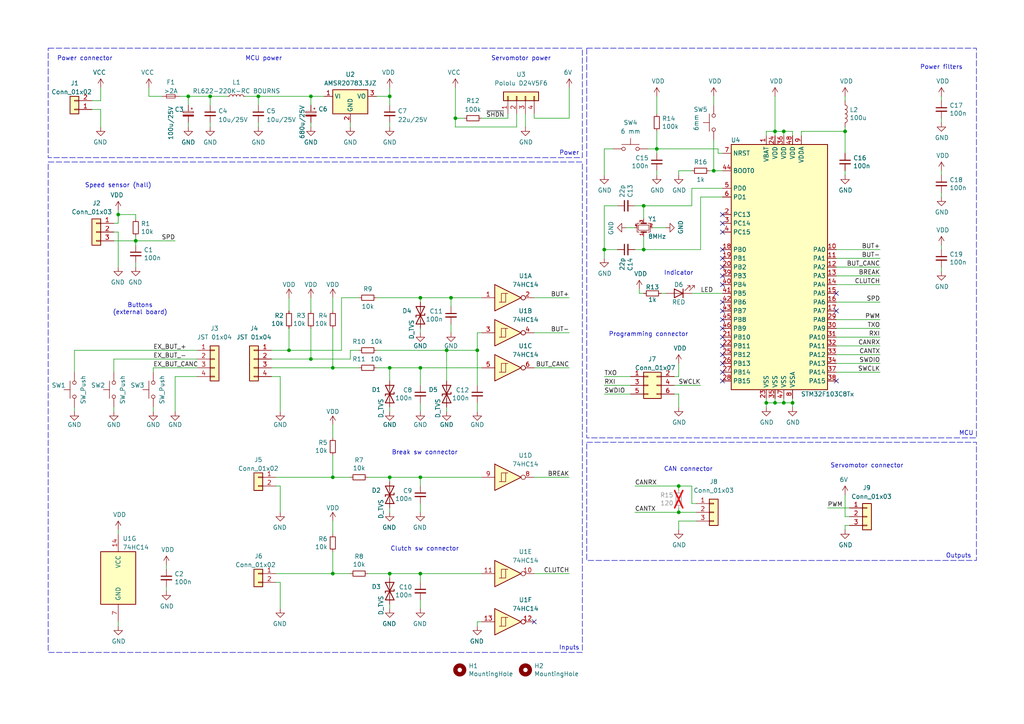
<source format=kicad_sch>
(kicad_sch (version 20240101) (generator "eeschema") (generator_version "8.99")
  (paper "A4")
  (title_block (title "Electronic cruise controller") (date "2024-05-13") (rev "2.0") (company "CR"))
  (junction (at 113.03 166.37))
  (junction (at 190.5 43.18))
  (junction (at 96.52 166.37))
  (junction (at 74.93 27.94))
  (junction (at 138.43 101.6))
  (junction (at 54.61 27.94))
  (junction (at 113.03 27.94))
  (junction (at 90.17 27.94))
  (junction (at 121.92 106.68))
  (junction (at 113.03 106.68))
  (junction (at 34.29 62.23))
  (junction (at 96.52 106.68))
  (junction (at 227.33 38.1))
  (junction (at 224.79 116.84))
  (junction (at 130.81 86.36))
  (junction (at 90.17 104.14))
  (junction (at 186.69 59.69))
  (junction (at 132.08 34.29))
  (junction (at 129.54 101.6))
  (junction (at 186.69 72.39))
  (junction (at 83.82 101.6))
  (junction (at 207.01 49.53))
  (junction (at 113.03 138.43))
  (junction (at 60.96 27.94))
  (junction (at 229.87 116.84))
  (junction (at 96.52 138.43))
  (junction (at 121.92 86.36))
  (junction (at 196.85 140.97))
  (junction (at 245.11 38.1))
  (junction (at 175.26 72.39))
  (junction (at 227.33 116.84))
  (junction (at 222.25 116.84))
  (junction (at 39.37 69.85))
  (junction (at 196.85 148.59))
  (junction (at 121.92 138.43))
  (junction (at 224.79 38.1))
  (junction (at 121.92 166.37))
  (no_connect (at 209.55 87.63))
  (no_connect (at 209.55 90.17))
  (no_connect (at 209.55 100.33))
  (no_connect (at 209.55 82.55))
  (no_connect (at 209.55 77.47))
  (no_connect (at 209.55 74.93))
  (no_connect (at 209.55 97.79))
  (no_connect (at 209.55 67.31))
  (no_connect (at 209.55 72.39))
  (no_connect (at 209.55 102.87))
  (no_connect (at 209.55 92.71))
  (no_connect (at 242.57 85.09))
  (no_connect (at 242.57 90.17))
  (no_connect (at 209.55 95.25))
  (no_connect (at 209.55 64.77))
  (no_connect (at 209.55 107.95))
  (no_connect (at 209.55 105.41))
  (no_connect (at 209.55 80.01))
  (no_connect (at 154.94 180.34))
  (no_connect (at 209.55 110.49))
  (no_connect (at 209.55 62.23))
  (no_connect (at 242.57 110.49))
  (wire (pts (xy 34.29 62.23) (xy 34.29 64.77)))
  (wire (pts (xy 196.85 147.32) (xy 196.85 148.59)))
  (wire (pts (xy 242.57 74.93) (xy 255.27 74.93)))
  (wire (pts (xy 60.96 35.56) (xy 60.96 36.83)))
  (wire (pts (xy 113.03 106.68) (xy 113.03 110.49)))
  (wire (pts (xy 121.92 173.99) (xy 121.92 176.53)))
  (wire (pts (xy 90.17 35.56) (xy 90.17 36.83)))
  (wire (pts (xy 186.69 72.39) (xy 203.2 72.39)))
  (wire (pts (xy 273.05 49.53) (xy 273.05 50.8)))
  (wire (pts (xy 121.92 116.84) (xy 121.92 119.38)))
  (wire (pts (xy 242.57 80.01) (xy 255.27 80.01)))
  (wire (pts (xy 90.17 95.25) (xy 90.17 104.14)))
  (wire (pts (xy 200.66 140.97) (xy 196.85 140.97)))
  (wire (pts (xy 121.92 106.68) (xy 121.92 111.76)))
  (wire (pts (xy 101.6 104.14) (xy 101.6 101.6)))
  (wire (pts (xy 175.26 59.69) (xy 175.26 72.39)))
  (wire (pts (xy 222.25 116.84) (xy 222.25 118.11)))
  (wire (pts (xy 138.43 101.6) (xy 138.43 111.76)))
  (wire (pts (xy 195.58 111.76) (xy 203.2 111.76)))
  (wire (pts (xy 78.74 109.22) (xy 81.28 109.22)))
  (wire (pts (xy 81.28 148.59) (xy 81.28 140.97)))
  (wire (pts (xy 189.23 66.04) (xy 193.04 66.04)))
  (wire (pts (xy 33.02 104.14) (xy 33.02 107.95)))
  (wire (pts (xy 200.66 59.69) (xy 200.66 54.61)))
  (wire (pts (xy 39.37 69.85) (xy 33.02 69.85)))
  (wire (pts (xy 138.43 101.6) (xy 129.54 101.6)))
  (wire (pts (xy 34.29 180.34) (xy 34.29 181.61)))
  (wire (pts (xy 21.59 101.6) (xy 57.15 101.6)))
  (wire (pts (xy 113.03 27.94) (xy 113.03 30.48)))
  (wire (pts (xy 121.92 166.37) (xy 121.92 168.91)))
  (wire (pts (xy 229.87 38.1) (xy 229.87 39.37)))
  (wire (pts (xy 121.92 87.63) (xy 121.92 86.36)))
  (wire (pts (xy 208.28 43.18) (xy 208.28 44.45)))
  (wire (pts (xy 139.7 106.68) (xy 121.92 106.68)))
  (wire (pts (xy 39.37 76.2) (xy 39.37 77.47)))
  (wire (pts (xy 90.17 30.48) (xy 90.17 27.94)))
  (wire (pts (xy 184.15 148.59) (xy 196.85 148.59)))
  (wire (pts (xy 242.57 105.41) (xy 255.27 105.41)))
  (wire (pts (xy 196.85 151.13) (xy 201.93 151.13)))
  (wire (pts (xy 129.54 101.6) (xy 129.54 110.49)))
  (wire (pts (xy 175.26 111.76) (xy 182.88 111.76)))
  (wire (pts (xy 139.7 34.29) (xy 147.32 34.29)))
  (wire (pts (xy 154.94 33.02) (xy 154.94 34.29)))
  (wire (pts (xy 245.11 153.67) (xy 245.11 152.4)))
  (wire (pts (xy 81.28 140.97) (xy 80.01 140.97)))
  (wire (pts (xy 242.57 100.33) (xy 255.27 100.33)))
  (wire (pts (xy 222.25 116.84) (xy 224.79 116.84)))
  (wire (pts (xy 90.17 86.36) (xy 90.17 90.17)))
  (wire (pts (xy 184.15 140.97) (xy 196.85 140.97)))
  (wire (pts (xy 196.85 105.41) (xy 196.85 109.22)))
  (wire (pts (xy 96.52 151.13) (xy 96.52 154.94)))
  (wire (pts (xy 190.5 43.18) (xy 208.28 43.18)))
  (wire (pts (xy 96.52 123.19) (xy 96.52 127)))
  (wire (pts (xy 207.01 40.64) (xy 207.01 49.53)))
  (wire (pts (xy 242.57 77.47) (xy 255.27 77.47)))
  (wire (pts (xy 71.12 27.94) (xy 74.93 27.94)))
  (wire (pts (xy 273.05 71.12) (xy 273.05 72.39)))
  (wire (pts (xy 44.45 106.68) (xy 44.45 107.95)))
  (wire (pts (xy 109.22 101.6) (xy 129.54 101.6)))
  (wire (pts (xy 74.93 30.48) (xy 74.93 27.94)))
  (wire (pts (xy 201.93 146.05) (xy 200.66 146.05)))
  (wire (pts (xy 113.03 166.37) (xy 113.03 167.64)))
  (wire (pts (xy 101.6 35.56) (xy 101.6 36.83)))
  (wire (pts (xy 165.1 138.43) (xy 154.94 138.43)))
  (wire (pts (xy 245.11 36.83) (xy 245.11 38.1)))
  (wire (pts (xy 175.26 74.93) (xy 175.26 72.39)))
  (wire (pts (xy 245.11 27.94) (xy 245.11 29.21)))
  (wire (pts (xy 132.08 25.4) (xy 132.08 34.29)))
  (wire (pts (xy 184.15 59.69) (xy 186.69 59.69)))
  (wire (pts (xy 196.85 153.67) (xy 196.85 151.13)))
  (wire (pts (xy 186.69 59.69) (xy 186.69 63.5)))
  (wire (pts (xy 34.29 67.31) (xy 33.02 67.31)))
  (wire (pts (xy 81.28 176.53) (xy 81.28 168.91)))
  (wire (pts (xy 109.22 27.94) (xy 113.03 27.94)))
  (wire (pts (xy 227.33 116.84) (xy 229.87 116.84)))
  (wire (pts (xy 240.03 147.32) (xy 246.38 147.32)))
  (wire (pts (xy 48.26 170.18) (xy 48.26 171.45)))
  (wire (pts (xy 245.11 44.45) (xy 245.11 38.1)))
  (wire (pts (xy 203.2 72.39) (xy 203.2 57.15)))
  (wire (pts (xy 175.26 43.18) (xy 177.8 43.18)))
  (wire (pts (xy 99.06 86.36) (xy 99.06 101.6)))
  (wire (pts (xy 54.61 35.56) (xy 54.61 36.83)))
  (wire (pts (xy 96.52 138.43) (xy 101.6 138.43)))
  (wire (pts (xy 227.33 115.57) (xy 227.33 116.84)))
  (wire (pts (xy 190.5 27.94) (xy 190.5 33.02)))
  (wire (pts (xy 60.96 27.94) (xy 66.04 27.94)))
  (wire (pts (xy 78.74 106.68) (xy 96.52 106.68)))
  (wire (pts (xy 175.26 43.18) (xy 175.26 50.8)))
  (wire (pts (xy 222.25 115.57) (xy 222.25 116.84)))
  (wire (pts (xy 121.92 86.36) (xy 130.81 86.36)))
  (wire (pts (xy 130.81 93.98) (xy 130.81 96.52)))
  (wire (pts (xy 203.2 57.15) (xy 209.55 57.15)))
  (wire (pts (xy 33.02 104.14) (xy 57.15 104.14)))
  (wire (pts (xy 139.7 138.43) (xy 121.92 138.43)))
  (wire (pts (xy 132.08 36.83) (xy 149.86 36.83)))
  (wire (pts (xy 83.82 95.25) (xy 83.82 101.6)))
  (wire (pts (xy 181.61 66.04) (xy 184.15 66.04)))
  (wire (pts (xy 34.29 60.96) (xy 34.29 62.23)))
  (wire (pts (xy 196.85 118.11) (xy 196.85 114.3)))
  (wire (pts (xy 196.85 140.97) (xy 196.85 142.24)))
  (wire (pts (xy 207.01 27.94) (xy 207.01 30.48)))
  (wire (pts (xy 29.21 25.4) (xy 29.21 29.21)))
  (wire (pts (xy 190.5 49.53) (xy 190.5 50.8)))
  (wire (pts (xy 99.06 86.36) (xy 104.14 86.36)))
  (wire (pts (xy 106.68 166.37) (xy 113.03 166.37)))
  (wire (pts (xy 96.52 132.08) (xy 96.52 138.43)))
  (wire (pts (xy 242.57 92.71) (xy 255.27 92.71)))
  (wire (pts (xy 83.82 101.6) (xy 78.74 101.6)))
  (wire (pts (xy 33.02 118.11) (xy 33.02 119.38)))
  (wire (pts (xy 48.26 163.83) (xy 48.26 165.1)))
  (wire (pts (xy 138.43 180.34) (xy 139.7 180.34)))
  (wire (pts (xy 224.79 27.94) (xy 224.79 38.1)))
  (wire (pts (xy 185.42 85.09) (xy 186.69 85.09)))
  (wire (pts (xy 224.79 38.1) (xy 227.33 38.1)))
  (wire (pts (xy 179.07 72.39) (xy 175.26 72.39)))
  (wire (pts (xy 165.1 25.4) (xy 165.1 34.29)))
  (wire (pts (xy 81.28 109.22) (xy 81.28 119.38)))
  (wire (pts (xy 149.86 33.02) (xy 149.86 36.83)))
  (wire (pts (xy 109.22 106.68) (xy 113.03 106.68)))
  (wire (pts (xy 193.04 85.09) (xy 191.77 85.09)))
  (wire (pts (xy 80.01 138.43) (xy 96.52 138.43)))
  (wire (pts (xy 139.7 166.37) (xy 121.92 166.37)))
  (wire (pts (xy 245.11 152.4) (xy 246.38 152.4)))
  (wire (pts (xy 222.25 39.37) (xy 222.25 38.1)))
  (wire (pts (xy 39.37 63.5) (xy 39.37 62.23)))
  (wire (pts (xy 200.66 49.53) (xy 196.85 49.53)))
  (wire (pts (xy 182.88 114.3) (xy 175.26 114.3)))
  (wire (pts (xy 101.6 101.6) (xy 104.14 101.6)))
  (wire (pts (xy 224.79 116.84) (xy 227.33 116.84)))
  (wire (pts (xy 242.57 87.63) (xy 255.27 87.63)))
  (wire (pts (xy 196.85 49.53) (xy 196.85 50.8)))
  (wire (pts (xy 242.57 95.25) (xy 255.27 95.25)))
  (wire (pts (xy 138.43 181.61) (xy 138.43 180.34)))
  (wire (pts (xy 139.7 96.52) (xy 138.43 96.52)))
  (wire (pts (xy 78.74 104.14) (xy 90.17 104.14)))
  (wire (pts (xy 165.1 96.52) (xy 154.94 96.52)))
  (wire (pts (xy 200.66 54.61) (xy 209.55 54.61)))
  (wire (pts (xy 132.08 34.29) (xy 134.62 34.29)))
  (wire (pts (xy 245.11 143.51) (xy 245.11 149.86)))
  (wire (pts (xy 186.69 59.69) (xy 200.66 59.69)))
  (wire (pts (xy 222.25 38.1) (xy 224.79 38.1)))
  (wire (pts (xy 232.41 38.1) (xy 245.11 38.1)))
  (wire (pts (xy 21.59 118.11) (xy 21.59 119.38)))
  (wire (pts (xy 185.42 83.82) (xy 185.42 85.09)))
  (wire (pts (xy 81.28 168.91) (xy 80.01 168.91)))
  (wire (pts (xy 200.66 85.09) (xy 209.55 85.09)))
  (wire (pts (xy 196.85 114.3) (xy 195.58 114.3)))
  (wire (pts (xy 54.61 27.94) (xy 60.96 27.94)))
  (wire (pts (xy 34.29 64.77) (xy 33.02 64.77)))
  (wire (pts (xy 147.32 33.02) (xy 147.32 34.29)))
  (wire (pts (xy 242.57 72.39) (xy 255.27 72.39)))
  (wire (pts (xy 242.57 97.79) (xy 255.27 97.79)))
  (wire (pts (xy 196.85 109.22) (xy 195.58 109.22)))
  (wire (pts (xy 273.05 77.47) (xy 273.05 78.74)))
  (wire (pts (xy 224.79 39.37) (xy 224.79 38.1)))
  (wire (pts (xy 50.8 109.22) (xy 50.8 119.38)))
  (wire (pts (xy 229.87 116.84) (xy 229.87 118.11)))
  (wire (pts (xy 57.15 109.22) (xy 50.8 109.22)))
  (wire (pts (xy 138.43 96.52) (xy 138.43 101.6)))
  (wire (pts (xy 74.93 35.56) (xy 74.93 36.83)))
  (wire (pts (xy 121.92 146.05) (xy 121.92 148.59)))
  (wire (pts (xy 99.06 101.6) (xy 83.82 101.6)))
  (wire (pts (xy 224.79 115.57) (xy 224.79 116.84)))
  (wire (pts (xy 208.28 44.45) (xy 209.55 44.45)))
  (wire (pts (xy 130.81 86.36) (xy 130.81 88.9)))
  (wire (pts (xy 113.03 147.32) (xy 113.03 148.59)))
  (wire (pts (xy 29.21 31.75) (xy 29.21 36.83)))
  (wire (pts (xy 54.61 30.48) (xy 54.61 27.94)))
  (wire (pts (xy 44.45 118.11) (xy 44.45 119.38)))
  (wire (pts (xy 232.41 39.37) (xy 232.41 38.1)))
  (wire (pts (xy 227.33 38.1) (xy 229.87 38.1)))
  (wire (pts (xy 229.87 116.84) (xy 229.87 115.57)))
  (wire (pts (xy 52.07 27.94) (xy 54.61 27.94)))
  (wire (pts (xy 138.43 116.84) (xy 138.43 119.38)))
  (wire (pts (xy 113.03 138.43) (xy 113.03 139.7)))
  (wire (pts (xy 121.92 138.43) (xy 121.92 140.97)))
  (wire (pts (xy 139.7 86.36) (xy 130.81 86.36)))
  (wire (pts (xy 34.29 67.31) (xy 34.29 77.47)))
  (wire (pts (xy 121.92 95.25) (xy 121.92 96.52)))
  (wire (pts (xy 29.21 29.21) (xy 26.67 29.21)))
  (wire (pts (xy 39.37 71.12) (xy 39.37 69.85)))
  (wire (pts (xy 242.57 82.55) (xy 255.27 82.55)))
  (wire (pts (xy 96.52 160.02) (xy 96.52 166.37)))
  (wire (pts (xy 190.5 44.45) (xy 190.5 43.18)))
  (wire (pts (xy 113.03 175.26) (xy 113.03 176.53)))
  (wire (pts (xy 273.05 34.29) (xy 273.05 35.56)))
  (wire (pts (xy 83.82 86.36) (xy 83.82 90.17)))
  (wire (pts (xy 96.52 95.25) (xy 96.52 106.68)))
  (wire (pts (xy 113.03 138.43) (xy 121.92 138.43)))
  (wire (pts (xy 90.17 104.14) (xy 101.6 104.14)))
  (wire (pts (xy 200.66 146.05) (xy 200.66 140.97)))
  (wire (pts (xy 34.29 153.67) (xy 34.29 154.94)))
  (wire (pts (xy 50.8 69.85) (xy 39.37 69.85)))
  (wire (pts (xy 43.18 27.94) (xy 46.99 27.94)))
  (wire (pts (xy 182.88 109.22) (xy 175.26 109.22)))
  (wire (pts (xy 109.22 86.36) (xy 121.92 86.36)))
  (wire (pts (xy 90.17 27.94) (xy 93.98 27.94)))
  (wire (pts (xy 21.59 101.6) (xy 21.59 107.95)))
  (wire (pts (xy 43.18 25.4) (xy 43.18 27.94)))
  (wire (pts (xy 205.74 49.53) (xy 207.01 49.53)))
  (wire (pts (xy 60.96 30.48) (xy 60.96 27.94)))
  (wire (pts (xy 184.15 72.39) (xy 186.69 72.39)))
  (wire (pts (xy 113.03 118.11) (xy 113.03 119.38)))
  (wire (pts (xy 80.01 166.37) (xy 96.52 166.37)))
  (wire (pts (xy 154.94 34.29) (xy 165.1 34.29)))
  (wire (pts (xy 242.57 107.95) (xy 255.27 107.95)))
  (wire (pts (xy 113.03 166.37) (xy 121.92 166.37)))
  (wire (pts (xy 113.03 35.56) (xy 113.03 36.83)))
  (wire (pts (xy 245.11 149.86) (xy 246.38 149.86)))
  (wire (pts (xy 242.57 102.87) (xy 255.27 102.87)))
  (wire (pts (xy 165.1 86.36) (xy 154.94 86.36)))
  (wire (pts (xy 152.4 33.02) (xy 152.4 36.83)))
  (wire (pts (xy 39.37 62.23) (xy 34.29 62.23)))
  (wire (pts (xy 273.05 55.88) (xy 273.05 57.15)))
  (wire (pts (xy 132.08 34.29) (xy 132.08 36.83)))
  (wire (pts (xy 106.68 138.43) (xy 113.03 138.43)))
  (wire (pts (xy 227.33 39.37) (xy 227.33 38.1)))
  (wire (pts (xy 175.26 59.69) (xy 179.07 59.69)))
  (wire (pts (xy 165.1 106.68) (xy 154.94 106.68)))
  (wire (pts (xy 96.52 106.68) (xy 104.14 106.68)))
  (wire (pts (xy 245.11 50.8) (xy 245.11 49.53)))
  (wire (pts (xy 129.54 118.11) (xy 129.54 119.38)))
  (wire (pts (xy 96.52 166.37) (xy 101.6 166.37)))
  (wire (pts (xy 39.37 68.58) (xy 39.37 69.85)))
  (wire (pts (xy 44.45 106.68) (xy 57.15 106.68)))
  (wire (pts (xy 273.05 27.94) (xy 273.05 29.21)))
  (wire (pts (xy 26.67 31.75) (xy 29.21 31.75)))
  (wire (pts (xy 113.03 27.94) (xy 113.03 25.4)))
  (wire (pts (xy 207.01 49.53) (xy 209.55 49.53)))
  (wire (pts (xy 74.93 27.94) (xy 90.17 27.94)))
  (wire (pts (xy 187.96 43.18) (xy 190.5 43.18)))
  (wire (pts (xy 113.03 106.68) (xy 121.92 106.68)))
  (wire (pts (xy 96.52 86.36) (xy 96.52 90.17)))
  (wire (pts (xy 190.5 38.1) (xy 190.5 43.18)))
  (wire (pts (xy 186.69 68.58) (xy 186.69 72.39)))
  (wire (pts (xy 196.85 148.59) (xy 201.93 148.59)))
  (wire (pts (xy 165.1 166.37) (xy 154.94 166.37)))
  (rectangle (start 170.18 13.97) (end 283.21 127) (stroke (width 0) (type dash)))
  (rectangle (start 13.97 13.97) (end 168.91 45.72) (stroke (width 0) (type dash)))
  (rectangle (start 170.18 128.27) (end 283.21 162.56) (stroke (width 0) (type dash)))
  (rectangle (start 13.97 46.99) (end 168.91 189.23) (stroke (width 0) (type dash)))
  (text "Inputs" (at 165.1 187.96 0) (effects (font (size 1.27 1.27))))
  (text "Power" (at 165.1 44.45 0) (effects (font (size 1.27 1.27))))
  (text "Buttons\n(external board)" (at 40.64 91.44 0) (effects (font (size 1.27 1.27)) (justify bottom)))
  (text "Outputs" (at 274.32 161.29 0) (effects (font (size 1.27 1.27)) (justify left)))
  (text "MCU" (at 278.13 125.73 0) (effects (font (size 1.27 1.27)) (justify left)))
  (text "Programming connector" (at 176.53 97.79 0) (effects (font (size 1.27 1.27)) (justify left bottom)))
  (text "MCU power" (at 71.12 17.78 0) (effects (font (size 1.27 1.27)) (justify left bottom)))
  (text "Servomotor power" (at 151.13 17.78 0) (effects (font (size 1.27 1.27)) (justify bottom)))
  (text "Servomotor connector" (at 251.46 135.89 0) (effects (font (size 1.27 1.27)) (justify bottom)))
  (text "Power connector" (at 16.51 17.78 0) (effects (font (size 1.27 1.27)) (justify left bottom)))
  (text "Clutch sw connector" (at 123.19 160.02 0) (effects (font (size 1.27 1.27)) (justify bottom)))
  (text "Indicator" (at 196.85 80.01 0) (effects (font (size 1.27 1.27)) (justify bottom)))
  (text "Power filters" (at 273.05 20.32 0) (effects (font (size 1.27 1.27)) (justify bottom)))
  (text "Speed sensor (hall)" (at 34.29 54.61 0) (effects (font (size 1.27 1.27)) (justify bottom)))
  (text "CAN connector" (at 192.532 136.906 0) (effects (font (size 1.27 1.27)) (justify left bottom)))
  (text "Break sw connector" (at 123.19 132.08 0) (effects (font (size 1.27 1.27)) (justify bottom)))
  (label "TXO" (at 175.26 109.22 0))
  (label "SWCLK" (at 203.2 111.76 180))
  (label "CANRX" (at 255.27 100.33 180))
  (label "CANTX" (at 184.15 148.59 0))
  (label "BUT+" (at 255.27 72.39 180))
  (label "CLUTCH" (at 165.1 166.37 180))
  (label "SWDIO" (at 175.26 114.3 0))
  (label "RXI" (at 175.26 111.76 0))
  (label "BUT_CANC" (at 165.1 106.68 180))
  (label "EX_BUT_-" (at 44.45 104.14 0))
  (label "PWM" (at 240.03 147.32 0))
  (label "CANRX" (at 184.15 140.97 0))
  (label "BREAK" (at 165.1 138.43 180))
  (label "LED" (at 203.2 85.09 0))
  (label "SPD" (at 255.27 87.63 180))
  (label "EX_BUT_CANC" (at 44.45 106.68 0))
  (label "BUT_CANC" (at 255.27 77.47 180))
  (label "TXO" (at 255.27 95.25 180))
  (label "PWM" (at 255.27 92.71 180))
  (label "SWCLK" (at 255.27 107.95 180))
  (label "SPD" (at 50.8 69.85 180))
  (label "CLUTCH" (at 255.27 82.55 180))
  (label "RXI" (at 255.27 97.79 180))
  (label "BUT-" (at 255.27 74.93 180))
  (label "BUT+" (at 165.1 86.36 180))
  (label "CANTX" (at 255.27 102.87 180))
  (label "~{SHDN}" (at 140.97 34.29 0))
  (label "EX_BUT_+" (at 44.45 101.6 0))
  (label "SWDIO" (at 255.27 105.41 180))
  (label "BUT-" (at 165.1 96.52 180))
  (label "BREAK" (at 255.27 80.01 180))
  (symbol (lib_id "Switch:SW_Push") (at 33.02 113.03 90) (unit 1)
    (property "Reference" "SW2" (at 30.48 111.76 90) (effects (justify left)))
    (property "Value" "SW_Push" (at 35.56 113.03 0))
    (property "Footprint" "Button_Switch_THT:SW_PUSH_6mm" (effects (hide yes)))
  )
  (symbol (lib_id "Switch:SW_Push") (at 21.59 113.03 90) (unit 1)
    (property "Reference" "SW1" (at 19.05 111.76 90) (effects (justify left)))
    (property "Value" "SW_Push" (at 24.13 113.03 0))
    (property "Footprint" "Button_Switch_THT:SW_PUSH_6mm" (effects (hide yes)))
  )
  (symbol (lib_id "Switch:SW_Push") (at 44.45 113.03 90) (unit 1)
    (property "Reference" "SW3" (at 41.91 111.76 90) (effects (justify left)))
    (property "Value" "SW_Push" (at 46.99 113.03 0))
    (property "Footprint" "Button_Switch_THT:SW_PUSH_6mm" (effects (hide yes)))
  )
  (symbol (lib_id "MCU_ST_STM32F1:STM32F103C8Tx") (at 227.33 77.47 0) (unit 1)
    (property "Reference" "U4" (at 213.36 40.64 0))
    (property "Value" "STM32F103C8Tx" (at 240.03 114.3 0))
    (property "Footprint" "Package_QFP:LQFP-48_7x7mm_P0.5mm" (effects (hide yes)))
    (property "Datasheet" "http://www.st.com/st-web-ui/static/active/en/resource/technical/document/datasheet/CD00161566.pdf" (effects (hide yes)))
  )
  (symbol (lib_id "Device:C_Small") (at 190.5 46.99 0) (mirror x) (unit 1)
    (property "Reference" "C15" (at 188.1632 45.8216 0) (effects (justify right)))
    (property "Value" "100n" (at 188.1632 48.133 0) (effects (justify right)))
    (property "Footprint" "Capacitor_SMD:C_0603_1608Metric" (effects (hide yes)))
  )
  (symbol (lib_id "power:GND") (at 190.5 50.8 0) (unit 1)
    (property "Reference" "#PWR049" (effects (hide yes)))
    (property "Value" "GND" (at 190.627 55.1942 0))
  )
  (symbol (lib_id "power:GND") (at 175.26 50.8 0) (unit 1)
    (property "Reference" "#PWR044" (effects (hide yes)))
    (property "Value" "GND" (at 175.387 55.1942 0))
  )
  (symbol (lib_id "Device:C_Small") (at 273.05 53.34 0) (mirror y) (unit 1)
    (property "Reference" "C18" (at 275.3868 52.1716 0) (effects (justify right)))
    (property "Value" "100n" (at 275.3868 54.483 0) (effects (justify right)))
    (property "Footprint" "Capacitor_SMD:C_0603_1608Metric" (effects (hide yes)))
  )
  (symbol (lib_id "power:GND") (at 222.25 118.11 0) (unit 1)
    (property "Reference" "#PWR056" (effects (hide yes)))
    (property "Value" "GND" (at 222.377 122.5042 0))
  )
  (symbol (lib_id "power:GND") (at 229.87 118.11 0) (unit 1)
    (property "Reference" "#PWR058" (effects (hide yes)))
    (property "Value" "GND" (at 229.997 122.5042 0))
  )
  (symbol (lib_id "power:VDD") (at 224.79 27.94 0) (unit 1)
    (property "Reference" "#PWR057" (effects (hide yes)))
    (property "Value" "VDD" (at 225.171 23.5458 0))
  )
  (symbol (lib_id "Device:C_Small") (at 273.05 74.93 0) (mirror y) (unit 1)
    (property "Reference" "C19" (at 275.3868 73.7616 0) (effects (justify right)))
    (property "Value" "100n" (at 275.3868 76.073 0) (effects (justify right)))
    (property "Footprint" "Capacitor_SMD:C_0603_1608Metric" (effects (hide yes)))
  )
  (symbol (lib_id "Device:C_Small") (at 273.05 31.75 0) (mirror y) (unit 1)
    (property "Reference" "C17" (at 275.3868 30.5816 0) (effects (justify right)))
    (property "Value" "100n" (at 275.3868 32.893 0) (effects (justify right)))
    (property "Footprint" "Capacitor_SMD:C_0603_1608Metric" (effects (hide yes)))
  )
  (symbol (lib_id "power:GND") (at 245.11 50.8 0) (unit 1)
    (property "Reference" "#PWR060" (effects (hide yes)))
    (property "Value" "GND" (at 245.237 55.1942 0))
  )
  (symbol (lib_id "Device:LED") (at 196.85 85.09 180) (unit 1)
    (property "Reference" "D6" (at 196.85 82.55 0))
    (property "Value" "RED" (at 196.85 87.63 0))
    (property "Footprint" "Diode_SMD:D_0603_1608Metric" (effects (hide yes)))
  )
  (symbol (lib_id "Device:R_Small") (at 189.23 85.09 90) (unit 1)
    (property "Reference" "R13" (at 189.23 82.55 90) (effects (justify bottom)))
    (property "Value" "1k" (at 189.23 87.63 90) (effects (justify top)))
    (property "Footprint" "Resistor_SMD:R_0603_1608Metric" (effects (hide yes)))
  )
  (symbol (lib_id "power:VDD") (at 185.42 83.82 0) (unit 1)
    (property "Reference" "#PWR047" (effects (hide yes)))
    (property "Value" "VDD" (at 185.801 79.4258 0))
  )
  (symbol (lib_id "Device:Crystal_GND24_Small") (at 186.69 66.04 90) (unit 1)
    (property "Reference" "Y1" (at 187.96 63.5 90) (effects (justify right)))
    (property "Value" "8MHz" (at 187.96 68.58 90) (effects (justify right)))
    (property "Footprint" "Crystal:Crystal_SMD_EuroQuartz_MJ-4Pin_5.0x3.2mm" (effects (hide yes)))
  )
  (symbol (lib_id "power:VDD") (at 273.05 27.94 0) (unit 1)
    (property "Reference" "#PWR063" (effects (hide yes)))
    (property "Value" "VDD" (at 273.431 23.5458 0))
  )
  (symbol (lib_id "power:VDD") (at 273.05 71.12 0) (unit 1)
    (property "Reference" "#PWR067" (effects (hide yes)))
    (property "Value" "VDD" (at 273.431 66.7258 0))
  )
  (symbol (lib_id "power:VDD") (at 273.05 49.53 0) (unit 1)
    (property "Reference" "#PWR065" (effects (hide yes)))
    (property "Value" "VDD" (at 273.431 45.1358 0))
  )
  (symbol (lib_id "power:GND") (at 273.05 35.56 0) (unit 1)
    (property "Reference" "#PWR064" (effects (hide yes)))
    (property "Value" "GND" (at 273.177 39.9542 0))
  )
  (symbol (lib_id "power:GND") (at 273.05 78.74 0) (unit 1)
    (property "Reference" "#PWR068" (effects (hide yes)))
    (property "Value" "GND" (at 273.177 83.1342 0))
  )
  (symbol (lib_id "power:GND") (at 273.05 57.15 0) (unit 1)
    (property "Reference" "#PWR066" (effects (hide yes)))
    (property "Value" "GND" (at 273.177 61.5442 0))
  )
  (symbol (lib_id "power:VDD") (at 113.03 25.4 0) (mirror y) (unit 1)
    (property "Reference" "#PWR028" (effects (hide yes)))
    (property "Value" "VDD" (at 112.649 21.0058 0))
  )
  (symbol (lib_id "Device:C_Small") (at 181.61 59.69 90) (mirror x) (unit 1)
    (property "Reference" "C13" (at 182.7784 57.3532 0) (effects (justify right)))
    (property "Value" "22p" (at 180.467 57.3532 0) (effects (justify right)))
    (property "Footprint" "Capacitor_SMD:C_0603_1608Metric" (effects (hide yes)))
  )
  (symbol (lib_id "Device:C_Small") (at 181.61 72.39 90) (unit 1)
    (property "Reference" "C14" (at 182.7784 74.7268 0) (effects (justify right)))
    (property "Value" "22p" (at 180.467 74.7268 0) (effects (justify right)))
    (property "Footprint" "Capacitor_SMD:C_0603_1608Metric" (effects (hide yes)))
  )
  (symbol (lib_id "power:GND") (at 175.26 74.93 0) (unit 1)
    (property "Reference" "#PWR045" (effects (hide yes)))
    (property "Value" "GND" (at 175.387 79.3242 0))
  )
  (symbol (lib_id "Device:R_Small") (at 203.2 49.53 90) (unit 1)
    (property "Reference" "R16" (at 203.2 46.99 90))
    (property "Value" "1k" (at 203.2 52.07 90))
    (property "Footprint" "Resistor_SMD:R_0603_1608Metric" (effects (hide yes)))
  )
  (symbol (lib_id "power:GND") (at 196.85 50.8 0) (unit 1)
    (property "Reference" "#PWR051" (effects (hide yes)))
    (property "Value" "GND" (at 196.977 55.1942 0))
  )
  (symbol (lib_id "Device:L") (at 245.11 33.02 0) (unit 1)
    (property "Reference" "L2" (at 246.4308 31.8516 0) (effects (justify left)))
    (property "Value" "100u" (at 246.4308 34.163 0) (effects (justify left)))
    (property "Footprint" "Inductor_SMD:L_1210_3225Metric_Pad1.42x2.65mm_HandSolder" (effects (hide yes)))
  )
  (symbol (lib_id "power:VDD") (at 245.11 27.94 0) (unit 1)
    (property "Reference" "#PWR059" (effects (hide yes)))
    (property "Value" "VDD" (at 245.491 23.5458 0))
  )
  (symbol (lib_id "power:VCC") (at 43.18 25.4 0) (mirror y) (unit 1)
    (property "Reference" "#PWR010" (effects (hide yes)))
    (property "Value" "VCC" (at 42.799 21.0058 0))
  )
  (symbol (lib_id "power:VCC") (at 29.21 25.4 0) (mirror y) (unit 1)
    (property "Reference" "#PWR02" (effects (hide yes)))
    (property "Value" "VCC" (at 28.829 21.0058 0))
  )
  (symbol (lib_id "power:GND") (at 29.21 36.83 0) (mirror y) (unit 1)
    (property "Reference" "#PWR03" (effects (hide yes)))
    (property "Value" "GND" (at 29.083 41.2242 0))
  )
  (symbol (lib_id "Mechanical:MountingHole") (at 152.4 194.31 0) (unit 1)
    (property "Reference" "H2" (at 154.94 193.1416 0) (effects (justify left)))
    (property "Value" "MountingHole" (at 154.94 195.453 0) (effects (justify left)))
    (property "Footprint" "MountingHole:MountingHole_2.5mm" (effects (hide yes)))
  )
  (symbol (lib_id "Mechanical:MountingHole") (at 133.35 194.31 0) (unit 1)
    (property "Reference" "H1" (at 135.89 193.1416 0) (effects (justify left)))
    (property "Value" "MountingHole" (at 135.89 195.453 0) (effects (justify left)))
    (property "Footprint" "MountingHole:MountingHole_2.5mm" (effects (hide yes)))
  )
  (symbol (lib_id "power:GND") (at 196.85 118.11 0) (unit 1)
    (property "Reference" "#PWR053" (effects (hide yes)))
    (property "Value" "GND" (at 196.977 122.5042 0))
  )
  (symbol (lib_id "power:VDD") (at 196.85 105.41 0) (unit 1)
    (property "Reference" "#PWR052" (effects (hide yes)))
    (property "Value" "VDD" (at 197.231 101.0158 0))
  )
  (symbol (lib_id "Device:C_Small") (at 245.11 46.99 0) (mirror y) (unit 1)
    (property "Reference" "C16" (at 247.4468 45.8216 0) (effects (justify right)))
    (property "Value" "100n" (at 247.4468 48.133 0) (effects (justify right)))
    (property "Footprint" "Capacitor_SMD:C_0603_1608Metric_Pad1.08x0.95mm_HandSolder" (effects (hide yes)))
  )
  (symbol (lib_id "Device:R_Small") (at 137.16 34.29 90) (unit 1)
    (property "Reference" "R12" (at 137.16 29.21 90))
    (property "Value" "100k" (at 137.16 31.75 90))
    (property "Footprint" "Resistor_SMD:R_0603_1608Metric" (effects (hide yes)))
  )
  (symbol (lib_id "power:VDD") (at 96.52 86.36 0) (mirror y) (unit 1)
    (property "Reference" "#PWR024" (effects (hide yes)))
    (property "Value" "VDD" (at 96.52 82.55 0))
  )
  (symbol (lib_id "power:GND") (at 54.61 36.83 0) (unit 1)
    (property "Reference" "#PWR015" (effects (hide yes)))
    (property "Value" "GND" (at 54.61 41.2734 0))
  )
  (symbol (lib_id "Connector_Generic:Conn_01x04") (at 149.86 27.94 90) (unit 1)
    (property "Reference" "U3" (at 151.13 21.59 90))
    (property "Value" "Pololu D24V5F6" (at 151.13 24.13 90))
    (property "Footprint" "Connector_PinHeader_2.54mm:PinHeader_1x04_P2.54mm_Vertical" (effects (hide yes)))
    (property "Description" "Generic connector, single row, 01x04, script generated (kicad-library-utils/schlib/autogen/connector/)" (effects (hide yes)))
  )
  (symbol (lib_id "power:GND") (at 48.26 171.45 0) (unit 1)
    (property "Reference" "#PWR013" (effects (hide yes)))
    (property "Value" "GND" (at 48.387 175.8442 0))
  )
  (symbol (lib_id "power:GND") (at 245.11 153.67 0) (unit 1)
    (property "Reference" "#PWR062" (effects (hide yes)))
    (property "Value" "GND" (at 245.237 158.0642 0))
  )
  (symbol (lib_id "Device:D_TVS") (at 129.54 114.3 270) (mirror x) (unit 1)
    (property "Reference" "D5" (at 127 113.0299 90) (effects (justify right)))
    (property "Value" "D_TVS" (at 127 115.5699 0) (effects (justify right)))
    (property "Footprint" "Diode_SMD:D_SOD-123" (effects (hide yes)))
  )
  (symbol (lib_id "Connector_Generic:Conn_01x02") (at 74.93 166.37 0) (mirror y) (unit 1)
    (property "Reference" "J6" (at 76.2 161.29 0) (effects (justify left)))
    (property "Value" "Conn_01x02" (at 80.01 163.83 0) (effects (justify left)))
    (property "Footprint" "Connector_JST:JST_PH_B2B-PH-K_1x02_P2.00mm_Vertical" (effects (hide yes)))
  )
  (symbol (lib_id "power:GND") (at 50.8 119.38 0) (mirror y) (unit 1)
    (property "Reference" "#PWR014" (effects (hide yes)))
    (property "Value" "GND" (at 50.8 123.19 0))
  )
  (symbol (lib_id "power:GND") (at 34.29 77.47 0) (mirror y) (unit 1)
    (property "Reference" "#PWR06" (effects (hide yes)))
    (property "Value" "GND" (at 34.163 81.8642 0))
  )
  (symbol (lib_id "Device:R_Small") (at 104.14 138.43 90) (mirror x) (unit 1)
    (property "Reference" "R7" (at 104.14 133.4516 90))
    (property "Value" "10k" (at 104.14 135.763 90))
    (property "Footprint" "Resistor_SMD:R_0603_1608Metric" (effects (hide yes)))
  )
  (symbol (lib_id "Device:C_Polarized_Small") (at 54.61 33.02 0) (mirror y) (unit 1)
    (property "Reference" "C3" (at 53.34 31.75 0) (effects (justify left)))
    (property "Value" "100u/25V" (at 49.53 40.64 90) (effects (justify left)))
    (property "Footprint" "Capacitor_THT:CP_Radial_D5.0mm_P2.50mm" (effects (hide yes)))
  )
  (symbol (lib_id "Device:D_TVS") (at 113.03 114.3 270) (mirror x) (unit 1)
    (property "Reference" "D1" (at 110.49 113.0299 90) (effects (justify right)))
    (property "Value" "D_TVS" (at 110.49 115.5699 0) (effects (justify right)))
    (property "Footprint" "Diode_SMD:D_SOD-123" (effects (hide yes)))
  )
  (symbol (lib_id "power:VDD") (at 207.01 27.94 0) (unit 1)
    (property "Reference" "#PWR055" (effects (hide yes)))
    (property "Value" "VDD" (at 207.391 23.5458 0))
  )
  (symbol (lib_id "power:GND") (at 138.43 181.61 0) (mirror y) (unit 1)
    (property "Reference" "#PWR041" (effects (hide yes)))
    (property "Value" "GND" (at 138.303 186.0042 0))
  )
  (symbol (lib_id "power:GND") (at 101.6 36.83 0) (unit 1)
    (property "Reference" "#PWR027" (effects (hide yes)))
    (property "Value" "GND" (at 101.6 41.2734 0))
  )
  (symbol (lib_id "Switch:SW_Push") (at 182.88 43.18 0) (unit 1)
    (property "Reference" "SW4" (at 182.88 35.56 0))
    (property "Value" "6 mm" (at 182.88 38.1 0))
    (property "Footprint" "Button_Switch_THT:SW_PUSH_6mm" (effects (hide yes)))
  )
  (symbol (lib_id "Device:C_Small") (at 130.81 91.44 0) (unit 1)
    (property "Reference" "C11" (at 128.4732 90.2716 0) (effects (justify right)))
    (property "Value" "100n" (at 128.4732 92.583 0) (effects (justify right)))
    (property "Footprint" "Capacitor_SMD:C_0603_1608Metric" (effects (hide yes)))
  )
  (symbol (lib_id "power:GND") (at 152.4 36.83 0) (unit 1)
    (property "Reference" "#PWR042" (effects (hide yes)))
    (property "Value" "GND" (at 152.527 41.2242 0))
  )
  (symbol (lib_id "Device:C_Small") (at 39.37 73.66 0) (mirror y) (unit 1)
    (property "Reference" "C1" (at 41.7068 72.4916 0) (effects (justify right)))
    (property "Value" "100n" (at 41.7068 74.803 0) (effects (justify right)))
    (property "Footprint" "Capacitor_SMD:C_0603_1608Metric" (effects (hide yes)))
  )
  (symbol (lib_id "power:GND") (at 121.92 176.53 0) (mirror y) (unit 1)
    (property "Reference" "#PWR036" (effects (hide yes)))
    (property "Value" "GND" (at 121.793 180.9242 0))
  )
  (symbol (lib_id "Connector_Generic:Conn_02x03_Odd_Even") (at 187.96 111.76 0) (unit 1)
    (property "Reference" "J7" (at 187.96 104.14 0) (effects (justify left)))
    (property "Value" "Conn_01x07" (at 184.15 106.68 0) (effects (justify left)))
    (property "Footprint" "Connector_PinHeader_2.54mm:PinHeader_2x03_P2.54mm_Vertical" (effects (hide yes)))
  )
  (symbol (lib_id "power:VDD") (at 190.5 27.94 0) (unit 1)
    (property "Reference" "#PWR048" (effects (hide yes)))
    (property "Value" "VDD" (at 190.881 23.5458 0))
  )
  (symbol (lib_id "power:GND") (at 129.54 119.38 0) (mirror y) (unit 1)
    (property "Reference" "#PWR037" (effects (hide yes)))
    (property "Value" "GND" (at 129.54 123.19 0))
  )
  (symbol (lib_id "power:VDD") (at 34.29 153.67 0) (unit 1)
    (property "Reference" "#PWR07" (effects (hide yes)))
    (property "Value" "VDD" (at 34.671 149.2758 0))
  )
  (symbol (lib_id "Device:D_TVS") (at 113.03 171.45 270) (mirror x) (unit 1)
    (property "Reference" "D3" (at 110.49 170.1799 90) (effects (justify right)))
    (property "Value" "D_TVS" (at 110.49 172.7199 0) (effects (justify right)))
    (property "Footprint" "Diode_SMD:D_SOD-123" (effects (hide yes)))
  )
  (symbol (lib_id "Device:R_Small") (at 39.37 66.04 0) (unit 1)
    (property "Reference" "R1" (at 40.8686 64.8716 0) (effects (justify left)))
    (property "Value" "10k" (at 40.8686 67.183 0) (effects (justify left)))
    (property "Footprint" "Resistor_SMD:R_0603_1608Metric" (effects (hide yes)))
  )
  (symbol (lib_id "power:GND") (at 90.17 36.83 0) (unit 1)
    (property "Reference" "#PWR022" (effects (hide yes)))
    (property "Value" "GND" (at 90.17 41.2734 0))
  )
  (symbol (lib_id "power:GND") (at 181.61 66.04 270) (unit 1)
    (property "Reference" "#PWR046" (effects (hide yes)))
    (property "Value" "GND" (at 177.2158 66.167 0))
  )
  (symbol (lib_id "Device:R_Small") (at 96.52 92.71 0) (mirror y) (unit 1)
    (property "Reference" "R4" (at 95.0214 91.5416 0) (effects (justify left)))
    (property "Value" "10k" (at 95.0214 93.853 0) (effects (justify left)))
    (property "Footprint" "Resistor_SMD:R_0603_1608Metric" (effects (hide yes)))
  )
  (symbol (lib_id "power:VDD") (at 48.26 163.83 0) (unit 1)
    (property "Reference" "#PWR012" (effects (hide yes)))
    (property "Value" "VDD" (at 48.641 159.4358 0))
  )
  (symbol (lib_id "power:GND") (at 21.59 119.38 0) (mirror y) (unit 1)
    (property "Reference" "#PWR01" (effects (hide yes)))
    (property "Value" "GND" (at 21.59 123.19 0))
  )
  (symbol (lib_id "power:VDD") (at 245.11 143.51 0) (mirror y) (unit 1)
    (property "Reference" "#PWR061" (effects (hide yes)))
    (property "Value" "6V" (at 244.729 139.1158 0))
  )
  (symbol (lib_id "Switch:SW_Push") (at 207.01 35.56 90) (mirror x) (unit 1)
    (property "Reference" "SW5" (at 203.2 31.75 90))
    (property "Value" "6mm" (at 201.93 35.56 0))
    (property "Footprint" "Button_Switch_THT:SW_PUSH_6mm" (effects (hide yes)))
  )
  (symbol (lib_id "Device:R_Small") (at 96.52 157.48 0) (mirror y) (unit 1)
    (property "Reference" "R6" (at 95.0214 156.3116 0) (effects (justify left)))
    (property "Value" "10k" (at 95.0214 158.623 0) (effects (justify left)))
    (property "Footprint" "Resistor_SMD:R_0603_1608Metric" (effects (hide yes)))
  )
  (symbol (lib_id "Device:L_Small") (at 68.58 27.94 90) (unit 1)
    (property "Reference" "L1" (at 68.58 23.8592 90))
    (property "Value" "RL622-220K-RC BOURNS" (at 68.58 26.3961 90))
    (property "Footprint" "Inductor_THT:L_Radial_D8.7mm_P5.00mm_Fastron_07HCP" (effects (hide yes)))
  )
  (symbol (lib_id "Device:R_Small") (at 106.68 86.36 90) (mirror x) (unit 1)
    (property "Reference" "R9" (at 106.68 83.82 90))
    (property "Value" "10k" (at 106.68 88.9 90))
    (property "Footprint" "Resistor_SMD:R_0603_1608Metric" (effects (hide yes)))
  )
  (symbol (lib_id "74xx:74HC14") (at 147.32 180.34 0) (unit 6)
    (property "Reference" "U1" (at 152.4 173.99 0))
    (property "Value" "74HC14" (at 152.4 176.53 0))
    (property "Footprint" "Package_SO:SOIC-14_3.9x8.7mm_P1.27mm" (effects (hide yes)))
    (property "Datasheet" "http://www.ti.com/lit/gpn/sn74HC14" (effects (hide yes)))
    (property "Description" "Hex inverter schmitt trigger" (effects (hide yes)))
  )
  (symbol (lib_id "Device:R_Small") (at 96.52 129.54 0) (mirror y) (unit 1)
    (property "Reference" "R5" (at 95.0214 128.3716 0) (effects (justify left)))
    (property "Value" "10k" (at 95.0214 130.683 0) (effects (justify left)))
    (property "Footprint" "Resistor_SMD:R_0603_1608Metric" (effects (hide yes)))
  )
  (symbol (lib_id "Device:C_Small") (at 121.92 171.45 0) (unit 1)
    (property "Reference" "C10" (at 119.5832 170.2816 0) (effects (justify right)))
    (property "Value" "100n" (at 119.5832 172.593 0) (effects (justify right)))
    (property "Footprint" "Capacitor_SMD:C_0603_1608Metric" (effects (hide yes)))
  )
  (symbol (lib_id "power:VDD") (at 83.82 86.36 0) (mirror y) (unit 1)
    (property "Reference" "#PWR021" (effects (hide yes)))
    (property "Value" "VDD" (at 83.82 82.55 0))
  )
  (symbol (lib_id "Device:C_Polarized_Small") (at 90.17 33.02 0) (mirror y) (unit 1)
    (property "Reference" "C6" (at 92.329 31.6392 0) (effects (justify right)))
    (property "Value" "680u/25V" (at 87.63 30.48 90) (effects (justify right)))
    (property "Footprint" "Capacitor_THT:CP_Radial_D10.0mm_P5.00mm" (effects (hide yes)))
  )
  (symbol (lib_id "power:GND") (at 130.81 96.52 0) (mirror y) (unit 1)
    (property "Reference" "#PWR038" (effects (hide yes)))
    (property "Value" "GND" (at 130.81 100.33 0))
  )
  (symbol (lib_id "Device:R_Small") (at 106.68 106.68 90) (mirror x) (unit 1)
    (property "Reference" "R11" (at 104.14 104.14 90))
    (property "Value" "10k" (at 109.22 104.14 90))
    (property "Footprint" "Resistor_SMD:R_0603_1608Metric" (effects (hide yes)))
  )
  (symbol (lib_id "power:GND") (at 121.92 96.52 0) (mirror y) (unit 1)
    (property "Reference" "#PWR033" (effects (hide yes)))
    (property "Value" "GND" (at 121.92 100.33 0))
  )
  (symbol (lib_id "power:GND") (at 113.03 36.83 0) (unit 1)
    (property "Reference" "#PWR029" (effects (hide yes)))
    (property "Value" "GND" (at 113.03 41.2734 0))
  )
  (symbol (lib_id "power:VDD") (at 34.29 60.96 0) (mirror y) (unit 1)
    (property "Reference" "#PWR05" (effects (hide yes)))
    (property "Value" "VDD" (at 33.909 56.5658 0))
  )
  (symbol (lib_id "Device:R_Small") (at 196.85 144.78 0) (mirror y) (unit 1) (dnp yes)
    (property "Reference" "R15" (at 195.3514 143.6116 0) (effects (justify left)))
    (property "Value" "120" (at 195.3514 145.923 0) (effects (justify left)))
    (property "Footprint" "Resistor_SMD:R_0603_1608Metric" (effects (hide yes)))
  )
  (symbol (lib_id "power:VDD") (at 96.52 123.19 0) (mirror y) (unit 1)
    (property "Reference" "#PWR025" (effects (hide yes)))
    (property "Value" "VDD" (at 96.52 119.38 0))
  )
  (symbol (lib_id "Device:C_Small") (at 60.96 33.02 0) (unit 1)
    (property "Reference" "C4" (at 63.2841 32.1916 0) (effects (justify left)))
    (property "Value" "10u/25V" (at 63.2841 34.7285 0) (effects (justify left)))
    (property "Footprint" "Capacitor_SMD:C_1206_3216Metric" (effects (hide yes)))
  )
  (symbol (lib_id "74xx:74HC14") (at 34.29 167.64 0) (unit 7)
    (property "Reference" "U1" (at 35.56 156.21 0) (effects (justify left)))
    (property "Value" "74HC14" (at 35.56 158.75 0) (effects (justify left)))
    (property "Footprint" "Package_SO:SOIC-14_3.9x8.7mm_P1.27mm" (effects (hide yes)))
    (property "Datasheet" "http://www.ti.com/lit/gpn/sn74HC14" (effects (hide yes)))
    (property "Description" "Hex inverter schmitt trigger" (effects (hide yes)))
  )
  (symbol (lib_id "Device:R_Small") (at 90.17 92.71 0) (mirror y) (unit 1)
    (property "Reference" "R3" (at 88.6714 91.5416 0) (effects (justify left)))
    (property "Value" "10k" (at 88.6714 93.853 0) (effects (justify left)))
    (property "Footprint" "Resistor_SMD:R_0603_1608Metric" (effects (hide yes)))
  )
  (symbol (lib_id "Device:D_TVS") (at 121.92 91.44 270) (mirror x) (unit 1)
    (property "Reference" "D4" (at 119.38 90.1699 90) (effects (justify right)))
    (property "Value" "D_TVS" (at 119.38 92.7099 0) (effects (justify right)))
    (property "Footprint" "Diode_SMD:D_SOD-123" (effects (hide yes)))
  )
  (symbol (lib_id "Device:C_Small") (at 138.43 114.3 0) (unit 1)
    (property "Reference" "C12" (at 136.0932 113.1316 0) (effects (justify right)))
    (property "Value" "100n" (at 136.0932 115.443 0) (effects (justify right)))
    (property "Footprint" "Capacitor_SMD:C_0603_1608Metric" (effects (hide yes)))
  )
  (symbol (lib_id "Device:D_TVS") (at 113.03 143.51 270) (mirror x) (unit 1)
    (property "Reference" "D2" (at 110.49 142.2399 90) (effects (justify right)))
    (property "Value" "D_TVS" (at 110.49 144.7799 0) (effects (justify right)))
    (property "Footprint" "Diode_SMD:D_SOD-123" (effects (hide yes)))
  )
  (symbol (lib_id "power:VDD") (at 90.17 86.36 0) (mirror y) (unit 1)
    (property "Reference" "#PWR023" (effects (hide yes)))
    (property "Value" "VDD" (at 90.17 82.55 0))
  )
  (symbol (lib_id "power:GND") (at 196.85 153.67 0) (unit 1)
    (property "Reference" "#PWR054" (effects (hide yes)))
    (property "Value" "GND" (at 196.977 158.0642 0))
  )
  (symbol (lib_id "74xx:74HC14") (at 147.32 96.52 0) (unit 2)
    (property "Reference" "U1" (at 152.4 90.17 0))
    (property "Value" "74HC14" (at 152.4 92.71 0))
    (property "Footprint" "Package_SO:SOIC-14_3.9x8.7mm_P1.27mm" (effects (hide yes)))
    (property "Datasheet" "http://www.ti.com/lit/gpn/sn74HC14" (effects (hide yes)))
    (property "Description" "Hex inverter schmitt trigger" (effects (hide yes)))
  )
  (symbol (lib_id "power:GND") (at 34.29 181.61 0) (unit 1)
    (property "Reference" "#PWR08" (effects (hide yes)))
    (property "Value" "GND" (at 34.417 186.0042 0))
  )
  (symbol (lib_id "74xx:74HC14") (at 147.32 166.37 0) (unit 5)
    (property "Reference" "U1" (at 152.4 160.02 0))
    (property "Value" "74HC14" (at 152.4 162.56 0))
    (property "Footprint" "Package_SO:SOIC-14_3.9x8.7mm_P1.27mm" (effects (hide yes)))
    (property "Datasheet" "http://www.ti.com/lit/gpn/sn74HC14" (effects (hide yes)))
    (property "Description" "Hex inverter schmitt trigger" (effects (hide yes)))
  )
  (symbol (lib_id "power:GND") (at 113.03 119.38 0) (mirror y) (unit 1)
    (property "Reference" "#PWR030" (effects (hide yes)))
    (property "Value" "GND" (at 113.03 123.19 0))
  )
  (symbol (lib_id "Connector_Generic:Conn_01x02") (at 74.93 138.43 0) (mirror y) (unit 1)
    (property "Reference" "J5" (at 74.93 133.35 0))
    (property "Value" "Conn_01x02" (at 74.93 135.89 0))
    (property "Footprint" "Connector_JST:JST_PH_B2B-PH-K_1x02_P2.00mm_Vertical" (effects (hide yes)))
  )
  (symbol (lib_id "Device:C_Small") (at 121.92 143.51 0) (unit 1)
    (property "Reference" "C9" (at 119.5832 142.3416 0) (effects (justify right)))
    (property "Value" "100n" (at 119.5832 144.653 0) (effects (justify right)))
    (property "Footprint" "Capacitor_SMD:C_0603_1608Metric" (effects (hide yes)))
  )
  (symbol (lib_id "74xx:74HC14") (at 147.32 86.36 0) (unit 1)
    (property "Reference" "U1" (at 152.4 80.01 0))
    (property "Value" "74HC14" (at 152.4 82.55 0))
    (property "Footprint" "Package_SO:SOIC-14_3.9x8.7mm_P1.27mm" (effects (hide yes)))
    (property "Datasheet" "http://www.ti.com/lit/gpn/sn74HC14" (effects (hide yes)))
    (property "Description" "Hex inverter schmitt trigger" (effects (hide yes)))
  )
  (symbol (lib_id "Device:C_Small") (at 113.03 33.02 0) (unit 1)
    (property "Reference" "C7" (at 115.3541 32.1916 0) (effects (justify left)))
    (property "Value" "22u/25V" (at 115.3541 34.7285 0) (effects (justify left)))
    (property "Footprint" "Capacitor_THT:CP_Radial_D6.3mm_P2.50mm" (effects (hide yes)))
  )
  (symbol (lib_id "power:GND") (at 33.02 119.38 0) (mirror y) (unit 1)
    (property "Reference" "#PWR04" (effects (hide yes)))
    (property "Value" "GND" (at 33.02 123.19 0))
  )
  (symbol (lib_id "wlasne:AMSR20783.3JZ") (at 101.6 29.21 0) (unit 1)
    (property "Reference" "U2" (at 101.6 21.59 0))
    (property "Value" "AMSR20783.3JZ" (at 101.6 24.13 0))
    (property "Footprint" "tmp:AMSR2-78JZ" (effects (hide yes)))
  )
  (symbol (lib_id "power:GND") (at 113.03 176.53 0) (mirror y) (unit 1)
    (property "Reference" "#PWR032" (effects (hide yes)))
    (property "Value" "GND" (at 112.903 180.9242 0))
  )
  (symbol (lib_id "Connector_Generic:Conn_01x03") (at 251.46 149.86 0) (unit 1)
    (property "Reference" "J9" (at 250.19 141.478 0) (effects (justify left)))
    (property "Value" "Conn_01x03" (at 246.888 144.018 0) (effects (justify left)))
    (property "Footprint" "Connector_JST:JST_PH_B3B-PH-K_1x03_P2.00mm_Vertical" (effects (hide yes)))
  )
  (symbol (lib_id "Device:C_Small") (at 74.93 33.02 0) (unit 1)
    (property "Reference" "C5" (at 77.2541 32.1916 0) (effects (justify left)))
    (property "Value" "10u/25V" (at 77.2541 34.7285 0) (effects (justify left)))
    (property "Footprint" "Capacitor_SMD:C_1206_3216Metric" (effects (hide yes)))
  )
  (symbol (lib_id "74xx:74HC14") (at 147.32 106.68 0) (unit 3)
    (property "Reference" "U1" (at 152.4 100.33 0))
    (property "Value" "74HC14" (at 152.4 102.87 0))
    (property "Footprint" "Package_SO:SOIC-14_3.9x8.7mm_P1.27mm" (effects (hide yes)))
    (property "Datasheet" "http://www.ti.com/lit/gpn/sn74HC14" (effects (hide yes)))
    (property "Description" "Hex inverter schmitt trigger" (effects (hide yes)))
  )
  (symbol (lib_id "power:GND") (at 44.45 119.38 0) (mirror y) (unit 1)
    (property "Reference" "#PWR011" (effects (hide yes)))
    (property "Value" "GND" (at 44.45 123.19 0))
  )
  (symbol (lib_id "power:GND") (at 81.28 119.38 0) (mirror y) (unit 1)
    (property "Reference" "#PWR018" (effects (hide yes)))
    (property "Value" "GND" (at 81.28 123.19 0))
  )
  (symbol (lib_id "Connector_Generic:Conn_01x02") (at 21.59 31.75 180) (unit 1)
    (property "Reference" "J1" (at 22.86 24.13 0) (effects (justify left)))
    (property "Value" "Conn_01x02" (at 26.67 26.67 0) (effects (justify left)))
    (property "Footprint" "TerminalBlock:TerminalBlock_bornier-2_P5.08mm" (effects (hide yes)))
  )
  (symbol (lib_id "power:GND") (at 39.37 77.47 0) (mirror y) (unit 1)
    (property "Reference" "#PWR09" (effects (hide yes)))
    (property "Value" "GND" (at 39.243 81.8642 0))
  )
  (symbol (lib_id "Device:R_Small") (at 104.14 166.37 90) (mirror x) (unit 1)
    (property "Reference" "R8" (at 104.14 161.3916 90))
    (property "Value" "10k" (at 104.14 163.703 90))
    (property "Footprint" "Resistor_SMD:R_0603_1608Metric" (effects (hide yes)))
  )
  (symbol (lib_id "Device:C_Small") (at 121.92 114.3 0) (unit 1)
    (property "Reference" "C8" (at 119.5832 113.1316 0) (effects (justify right)))
    (property "Value" "100n" (at 119.5832 115.443 0) (effects (justify right)))
    (property "Footprint" "Capacitor_SMD:C_0603_1608Metric" (effects (hide yes)))
  )
  (symbol (lib_id "Device:R_Small") (at 106.68 101.6 90) (mirror x) (unit 1)
    (property "Reference" "R10" (at 104.14 99.06 90))
    (property "Value" "10k" (at 109.22 99.06 90))
    (property "Footprint" "Resistor_SMD:R_0603_1608Metric" (effects (hide yes)))
  )
  (symbol (lib_id "Device:R_Small") (at 190.5 35.56 0) (unit 1)
    (property "Reference" "R14" (at 191.9986 34.3916 0) (effects (justify left)))
    (property "Value" "100k" (at 191.9986 36.703 0) (effects (justify left)))
    (property "Footprint" "Resistor_SMD:R_0603_1608Metric" (effects (hide yes)))
  )
  (symbol (lib_id "power:GND") (at 81.28 176.53 0) (mirror y) (unit 1)
    (property "Reference" "#PWR020" (effects (hide yes)))
    (property "Value" "GND" (at 81.153 180.9242 0))
  )
  (symbol (lib_id "power:GND") (at 138.43 119.38 0) (mirror y) (unit 1)
    (property "Reference" "#PWR040" (effects (hide yes)))
    (property "Value" "GND" (at 138.43 123.19 0))
  )
  (symbol (lib_id "Device:C_Small") (at 48.26 167.64 0) (mirror y) (unit 1)
    (property "Reference" "C2" (at 50.5968 166.4716 0) (effects (justify right)))
    (property "Value" "100n" (at 50.5968 168.783 0) (effects (justify right)))
    (property "Footprint" "Capacitor_SMD:C_0603_1608Metric" (effects (hide yes)))
  )
  (symbol (lib_id "power:VDD") (at 165.1 25.4 0) (mirror y) (unit 1)
    (property "Reference" "#PWR043" (effects (hide yes)))
    (property "Value" "6V" (at 164.719 21.0058 0))
  )
  (symbol (lib_id "power:VDD") (at 96.52 151.13 0) (mirror y) (unit 1)
    (property "Reference" "#PWR026" (effects (hide yes)))
    (property "Value" "VDD" (at 96.52 147.32 0))
  )
  (symbol (lib_id "Connector_Generic:Conn_01x04") (at 62.23 104.14 0) (unit 1)
    (property "Reference" "J3" (at 62.23 95.25 0))
    (property "Value" "JST 01x04" (at 62.23 97.79 0))
    (property "Footprint" "Connector_JST:JST_PH_B4B-PH-K_1x04_P2.00mm_Vertical" (effects (hide yes)))
    (property "Description" "Generic connector, single row, 01x04, script generated (kicad-library-utils/schlib/autogen/connector/)" (effects (hide yes)))
  )
  (symbol (lib_id "Connector_Generic:Conn_01x03") (at 207.01 148.59 0) (unit 1)
    (property "Reference" "J8" (at 207.01 139.7 0))
    (property "Value" "Conn_01x03" (at 207.01 142.24 0))
    (property "Footprint" "Connector_JST:JST_PH_B3B-PH-K_1x03_P2.00mm_Vertical" (effects (hide yes)))
  )
  (symbol (lib_id "74xx:74HC14") (at 147.32 138.43 0) (unit 4)
    (property "Reference" "U1" (at 152.4 132.08 0))
    (property "Value" "74HC14" (at 152.4 134.62 0))
    (property "Footprint" "Package_SO:SOIC-14_3.9x8.7mm_P1.27mm" (effects (hide yes)))
    (property "Datasheet" "http://www.ti.com/lit/gpn/sn74HC14" (effects (hide yes)))
    (property "Description" "Hex inverter schmitt trigger" (effects (hide yes)))
  )
  (symbol (lib_id "power:GND") (at 121.92 148.59 0) (mirror y) (unit 1)
    (property "Reference" "#PWR035" (effects (hide yes)))
    (property "Value" "GND" (at 121.793 152.9842 0))
  )
  (symbol (lib_id "power:GND") (at 113.03 148.59 0) (mirror y) (unit 1)
    (property "Reference" "#PWR031" (effects (hide yes)))
    (property "Value" "GND" (at 112.903 152.9842 0))
  )
  (symbol (lib_id "power:GND") (at 74.93 36.83 0) (unit 1)
    (property "Reference" "#PWR017" (effects (hide yes)))
    (property "Value" "GND" (at 74.93 41.2734 0))
  )
  (symbol (lib_id "Device:R_Small") (at 83.82 92.71 0) (mirror y) (unit 1)
    (property "Reference" "R2" (at 82.3214 91.5416 0) (effects (justify left)))
    (property "Value" "10k" (at 82.3214 93.853 0) (effects (justify left)))
    (property "Footprint" "Resistor_SMD:R_0603_1608Metric" (effects (hide yes)))
  )
  (symbol (lib_id "power:GND") (at 193.04 66.04 90) (unit 1)
    (property "Reference" "#PWR050" (effects (hide yes)))
    (property "Value" "GND" (at 197.4342 65.913 0))
  )
  (symbol (lib_id "Device:Fuse_Small") (at 49.53 27.94 0) (unit 1)
    (property "Reference" "F1" (at 49.53 23.8592 0))
    (property "Value" ">2A" (at 49.53 26.3961 0))
    (property "Footprint" "Fuse:Fuse_0805_2012Metric" (effects (hide yes)))
  )
  (symbol (lib_id "Connector_Generic:Conn_01x03") (at 27.94 67.31 0) (mirror y) (unit 1)
    (property "Reference" "J2" (at 29.21 58.928 0) (effects (justify left)))
    (property "Value" "Conn_01x03" (at 32.512 61.468 0) (effects (justify left)))
    (property "Footprint" "Connector_JST:JST_PH_B3B-PH-K_1x03_P2.00mm_Vertical" (effects (hide yes)))
  )
  (symbol (lib_id "power:VCC") (at 132.08 25.4 0) (mirror y) (unit 1)
    (property "Reference" "#PWR039" (effects (hide yes)))
    (property "Value" "VCC" (at 131.699 21.0058 0))
  )
  (symbol (lib_id "Connector_Generic:Conn_01x04") (at 73.66 104.14 0) (mirror y) (unit 1)
    (property "Reference" "J4" (at 74.93 95.25 0) (effects (justify left)))
    (property "Value" "JST 01x04" (at 73.66 97.79 0))
    (property "Footprint" "Connector_JST:JST_PH_B4B-PH-K_1x04_P2.00mm_Vertical" (effects (hide yes)))
    (property "Description" "Generic connector, single row, 01x04, script generated (kicad-library-utils/schlib/autogen/connector/)" (effects (hide yes)))
  )
  (symbol (lib_id "power:GND") (at 60.96 36.83 0) (unit 1)
    (property "Reference" "#PWR016" (effects (hide yes)))
    (property "Value" "GND" (at 60.96 41.2734 0))
  )
  (symbol (lib_id "power:GND") (at 121.92 119.38 0) (mirror y) (unit 1)
    (property "Reference" "#PWR034" (effects (hide yes)))
    (property "Value" "GND" (at 121.92 123.19 0))
  )
  (symbol (lib_id "power:GND") (at 81.28 148.59 0) (mirror y) (unit 1)
    (property "Reference" "#PWR019" (effects (hide yes)))
    (property "Value" "GND" (at 81.153 152.9842 0))
  )
)
</source>
